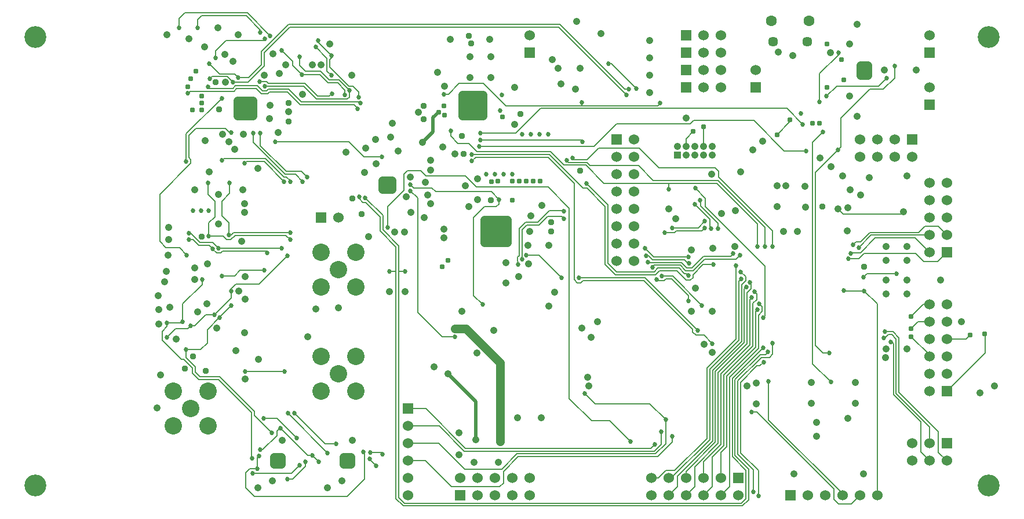
<source format=gbl>
G04 (created by PCBNEW (2013-01-23 BZR 3920)-stable) date Mon Jun 10 00:49:26 2013*
%MOIN*%
G04 Gerber Fmt 3.4, Leading zero omitted, Abs format*
%FSLAX34Y34*%
G01*
G70*
G90*
G04 APERTURE LIST*
%ADD10C,2.3622e-06*%
%ADD11C,0.063*%
%ADD12C,0.0571*%
%ADD13C,0.0236*%
%ADD14C,0.025*%
%ADD15R,0.06X0.06*%
%ADD16C,0.06*%
%ADD17C,0.1*%
%ADD18C,0.126*%
%ADD19R,0.042X0.042*%
%ADD20C,0.042*%
%ADD21C,0.023*%
%ADD22C,0.031*%
%ADD23C,0.027*%
%ADD24C,0.037*%
%ADD25C,0.05*%
%ADD26C,0.008*%
%ADD27C,0.02*%
%ADD28C,0.006*%
G04 APERTURE END LIST*
G54D10*
G54D11*
X70583Y-22169D03*
X68417Y-22169D03*
G54D12*
X70479Y-23339D03*
X68521Y-23339D03*
G54D13*
X44202Y-47702D03*
X43798Y-47702D03*
X43798Y-47298D03*
X44202Y-47298D03*
X40202Y-47702D03*
X39798Y-47702D03*
X39798Y-47298D03*
X40202Y-47298D03*
G54D14*
X51225Y-27025D03*
X51225Y-26431D03*
X51819Y-26431D03*
X51819Y-27025D03*
X51819Y-27619D03*
X51225Y-27619D03*
X50631Y-27619D03*
X50631Y-27025D03*
X50631Y-26431D03*
G54D13*
X38150Y-27200D03*
X37717Y-27200D03*
X37717Y-26767D03*
X38150Y-26767D03*
X38583Y-26767D03*
X38583Y-27200D03*
X38583Y-27633D03*
X38150Y-27633D03*
X37717Y-27633D03*
X46300Y-31600D03*
X46039Y-31339D03*
X46561Y-31339D03*
X46561Y-31861D03*
X46039Y-31861D03*
G54D15*
X59500Y-29000D03*
G54D16*
X60500Y-29000D03*
X59500Y-30000D03*
X60500Y-30000D03*
X59500Y-31000D03*
X60500Y-31000D03*
X59500Y-32000D03*
X60500Y-32000D03*
X59500Y-33000D03*
X60500Y-33000D03*
X59500Y-34000D03*
X60500Y-34000D03*
X59500Y-35000D03*
X60500Y-35000D03*
X59500Y-36000D03*
X60500Y-36000D03*
G54D15*
X66500Y-48500D03*
G54D16*
X66500Y-49500D03*
X65500Y-48500D03*
X65500Y-49500D03*
X64500Y-48500D03*
X64500Y-49500D03*
X63500Y-48500D03*
X63500Y-49500D03*
X62500Y-48500D03*
X62500Y-49500D03*
X61500Y-48500D03*
X61500Y-49500D03*
G54D15*
X78500Y-43500D03*
G54D16*
X77500Y-43500D03*
X78500Y-42500D03*
X77500Y-42500D03*
X78500Y-41500D03*
X77500Y-41500D03*
X78500Y-40500D03*
X77500Y-40500D03*
X78500Y-39500D03*
X77500Y-39500D03*
X78500Y-38500D03*
X77500Y-38500D03*
G54D15*
X78500Y-35500D03*
G54D16*
X77500Y-35500D03*
X78500Y-34500D03*
X77500Y-34500D03*
X78500Y-33500D03*
X77500Y-33500D03*
X78500Y-32500D03*
X77500Y-32500D03*
X78500Y-31500D03*
X77500Y-31500D03*
G54D15*
X50500Y-49500D03*
G54D16*
X50500Y-48500D03*
X51500Y-49500D03*
X51500Y-48500D03*
X52500Y-49500D03*
X52500Y-48500D03*
X53500Y-49500D03*
X53500Y-48500D03*
X54500Y-49500D03*
X54500Y-48500D03*
G54D15*
X76500Y-29000D03*
G54D16*
X76500Y-30000D03*
X75500Y-29000D03*
X75500Y-30000D03*
X74500Y-29000D03*
X74500Y-30000D03*
X73500Y-29000D03*
X73500Y-30000D03*
G54D15*
X78510Y-46500D03*
G54D16*
X78510Y-47500D03*
X77510Y-46500D03*
X77510Y-47500D03*
X76510Y-46500D03*
X76510Y-47500D03*
G54D15*
X69500Y-49500D03*
G54D16*
X70500Y-49500D03*
X71500Y-49500D03*
X72500Y-49500D03*
X73500Y-49500D03*
X74500Y-49500D03*
G54D15*
X47500Y-44500D03*
G54D16*
X47500Y-45500D03*
X47500Y-46500D03*
X47500Y-47500D03*
X47500Y-48500D03*
X47500Y-49500D03*
G54D15*
X63500Y-24000D03*
G54D16*
X64500Y-24000D03*
X65500Y-24000D03*
G54D15*
X63500Y-23000D03*
G54D16*
X64500Y-23000D03*
X65500Y-23000D03*
G54D15*
X63500Y-25000D03*
G54D16*
X64500Y-25000D03*
X65500Y-25000D03*
G54D15*
X63500Y-26000D03*
G54D16*
X64500Y-26000D03*
X65500Y-26000D03*
G54D15*
X67500Y-26000D03*
G54D16*
X67500Y-25000D03*
G54D17*
X43500Y-36500D03*
X42500Y-37500D03*
X44500Y-37500D03*
X44500Y-35500D03*
X42500Y-35500D03*
X35000Y-44500D03*
X36000Y-43500D03*
X34000Y-43500D03*
X34000Y-45500D03*
X36000Y-45500D03*
X43500Y-42500D03*
X42500Y-43500D03*
X44500Y-43500D03*
X44500Y-41500D03*
X42500Y-41500D03*
G54D15*
X54500Y-24000D03*
G54D16*
X54500Y-23000D03*
G54D15*
X77500Y-24000D03*
G54D16*
X77500Y-23000D03*
G54D15*
X77500Y-27000D03*
G54D16*
X77500Y-26000D03*
G54D15*
X42500Y-33500D03*
G54D16*
X43500Y-33500D03*
G54D18*
X26075Y-23075D03*
X80925Y-23075D03*
X80925Y-48925D03*
X26075Y-48925D03*
G54D14*
X52575Y-34275D03*
X52575Y-33625D03*
X53225Y-33625D03*
X53225Y-34275D03*
X53225Y-34925D03*
X52575Y-34925D03*
X51925Y-34925D03*
X51925Y-34275D03*
X51925Y-33625D03*
G54D19*
X63000Y-29900D03*
G54D20*
X63000Y-29400D03*
X63500Y-29900D03*
X63500Y-29400D03*
X64000Y-29900D03*
X64000Y-29400D03*
X64500Y-29900D03*
X64500Y-29400D03*
X65000Y-29900D03*
X65000Y-29400D03*
G54D21*
X73750Y-25000D03*
X73947Y-24705D03*
X73553Y-24705D03*
X73553Y-25295D03*
X73947Y-25295D03*
G54D20*
X52800Y-46400D03*
X45650Y-29000D03*
X48800Y-30200D03*
X47300Y-34310D03*
G54D22*
X49470Y-36330D03*
G54D20*
X48450Y-33500D03*
X50200Y-39880D03*
X50450Y-47150D03*
G54D23*
X53850Y-36180D03*
X56460Y-33110D03*
X56460Y-33550D03*
X54060Y-35880D03*
G54D20*
X47400Y-32300D03*
X47650Y-31150D03*
G54D23*
X38930Y-47230D03*
X38850Y-47960D03*
X44950Y-47000D03*
X45670Y-47790D03*
X39020Y-22820D03*
X44680Y-26560D03*
X36620Y-35260D03*
X35420Y-22550D03*
X40250Y-35260D03*
X34900Y-34400D03*
X45310Y-47400D03*
X43100Y-24150D03*
X42340Y-23280D03*
X34780Y-35640D03*
X37330Y-28590D03*
X40410Y-42350D03*
X38600Y-28630D03*
X41450Y-31410D03*
X38150Y-42350D03*
X35010Y-39720D03*
X36370Y-39100D03*
X39010Y-28610D03*
X46030Y-47120D03*
X41710Y-31150D03*
X33650Y-40400D03*
X37340Y-37710D03*
X40570Y-35690D03*
X45330Y-47030D03*
X38970Y-25670D03*
X43130Y-26360D03*
X36000Y-31500D03*
X40740Y-34770D03*
X36050Y-34550D03*
X36810Y-26610D03*
X40600Y-44770D03*
X42870Y-47040D03*
X34750Y-30250D03*
X40970Y-44750D03*
X43390Y-46520D03*
X37200Y-34500D03*
X40730Y-34350D03*
X37250Y-31500D03*
X34350Y-22550D03*
X40580Y-48550D03*
X43098Y-25298D03*
X39590Y-23020D03*
X41600Y-47570D03*
X42200Y-23670D03*
X40390Y-31410D03*
X43870Y-26410D03*
X41410Y-25250D03*
X40230Y-23850D03*
X38100Y-30350D03*
X35660Y-37040D03*
X38550Y-47360D03*
X33650Y-39550D03*
X34550Y-39500D03*
X36280Y-35280D03*
X39400Y-35520D03*
X34900Y-34750D03*
X41280Y-47760D03*
X38560Y-48220D03*
X42000Y-47190D03*
X36450Y-24300D03*
X40750Y-31420D03*
X41260Y-24230D03*
X40160Y-45620D03*
X39000Y-46870D03*
X39270Y-23190D03*
X44130Y-26170D03*
X39260Y-25930D03*
X42370Y-47570D03*
X36810Y-30200D03*
X36690Y-39250D03*
X34740Y-41100D03*
X37340Y-38560D03*
X39670Y-45890D03*
X39240Y-36530D03*
X36800Y-36850D03*
X41100Y-46180D03*
X39220Y-45050D03*
X62700Y-46100D03*
X62060Y-45810D03*
X57690Y-43610D03*
X62330Y-45130D03*
X61710Y-46540D03*
X72250Y-29600D03*
X71740Y-41300D03*
X75500Y-24750D03*
X73110Y-35040D03*
X73430Y-35210D03*
X73720Y-36910D03*
X75610Y-36730D03*
X72830Y-35860D03*
X72990Y-35540D03*
X75270Y-40640D03*
X74930Y-40070D03*
X74880Y-40430D03*
G54D20*
X76000Y-33150D03*
X72250Y-33000D03*
G54D23*
X61140Y-35260D03*
X63630Y-35750D03*
X61210Y-35700D03*
X63660Y-36110D03*
X61310Y-36060D03*
X66210Y-35570D03*
X61560Y-36350D03*
X66610Y-35640D03*
X65330Y-34130D03*
X73740Y-37710D03*
X64320Y-32500D03*
X72560Y-37690D03*
X67610Y-38790D03*
X66370Y-36240D03*
X66660Y-37010D03*
X66960Y-37490D03*
X67440Y-37760D03*
X67290Y-38100D03*
X67710Y-38440D03*
X66650Y-36620D03*
X67190Y-37210D03*
X62720Y-34080D03*
X64580Y-33700D03*
X62280Y-34350D03*
X64580Y-34080D03*
G54D22*
X79830Y-40270D03*
X80690Y-40200D03*
X76450Y-40350D03*
X76450Y-39200D03*
X76450Y-39900D03*
X63910Y-28530D03*
X64500Y-28250D03*
G54D23*
X68240Y-42920D03*
X67280Y-44690D03*
G54D20*
X49800Y-42500D03*
X51400Y-46300D03*
G54D23*
X71380Y-28550D03*
X71830Y-42950D03*
X54320Y-35640D03*
X56340Y-36940D03*
X57340Y-36940D03*
X64180Y-39980D03*
X51180Y-30230D03*
X65020Y-40750D03*
X47650Y-31600D03*
X52750Y-32450D03*
X51800Y-38500D03*
X50200Y-40360D03*
X47650Y-31950D03*
G54D20*
X68750Y-31650D03*
X51020Y-32840D03*
X61400Y-23300D03*
X38010Y-31900D03*
G54D23*
X35600Y-33100D03*
G54D20*
X76750Y-25000D03*
G54D24*
X53985Y-27515D03*
G54D20*
X71000Y-46100D03*
X76200Y-41050D03*
X37950Y-34850D03*
X33500Y-37200D03*
G54D24*
X40650Y-26900D03*
G54D22*
X35100Y-27300D03*
G54D23*
X53025Y-30975D03*
G54D20*
X52700Y-47600D03*
X42000Y-24700D03*
X35940Y-38470D03*
X74040Y-31190D03*
G54D24*
X40650Y-27950D03*
G54D20*
X50795Y-31665D03*
X41450Y-26400D03*
X38100Y-40130D03*
G54D22*
X35630Y-27300D03*
G54D20*
X40050Y-28600D03*
X33700Y-35650D03*
X72800Y-45050D03*
X46950Y-29650D03*
X69250Y-31650D03*
X35800Y-23650D03*
X73350Y-27650D03*
X74960Y-41560D03*
X45090Y-29500D03*
X70350Y-31690D03*
X38900Y-41650D03*
X42890Y-49050D03*
X47690Y-33200D03*
X41750Y-40350D03*
X73550Y-32200D03*
X51300Y-47600D03*
X63800Y-35350D03*
X36600Y-33850D03*
X52430Y-39990D03*
G54D24*
X71350Y-32850D03*
G54D22*
X52685Y-31375D03*
G54D20*
X35250Y-31900D03*
X66310Y-35140D03*
G54D23*
X54075Y-28675D03*
G54D20*
X48650Y-32200D03*
X56150Y-24900D03*
G54D22*
X35300Y-25050D03*
G54D20*
X40490Y-24680D03*
G54D22*
X35630Y-26500D03*
G54D20*
X57500Y-39850D03*
X76200Y-37900D03*
X69650Y-24150D03*
X36980Y-24100D03*
X69900Y-34300D03*
X65550Y-33250D03*
X53635Y-25975D03*
X55180Y-45010D03*
G54D23*
X35150Y-33100D03*
G54D20*
X44260Y-25300D03*
X49525Y-29435D03*
X36560Y-22550D03*
X33640Y-22950D03*
X42500Y-24700D03*
G54D23*
X52025Y-30975D03*
G54D20*
X49580Y-34160D03*
G54D24*
X36450Y-25700D03*
G54D20*
X53860Y-36890D03*
X38100Y-33200D03*
X67540Y-44230D03*
X51460Y-41280D03*
X73350Y-22350D03*
X68800Y-23950D03*
X54450Y-36150D03*
X53130Y-37260D03*
X49225Y-25125D03*
X72500Y-31100D03*
G54D24*
X55750Y-33750D03*
G54D20*
X48125Y-27425D03*
G54D24*
X57400Y-30800D03*
G54D20*
X51075Y-24225D03*
X34900Y-23200D03*
X72950Y-31900D03*
X76200Y-35150D03*
X40280Y-46320D03*
X74900Y-25000D03*
X38890Y-49050D03*
X36850Y-28700D03*
X64550Y-40800D03*
X55600Y-35100D03*
X33070Y-44460D03*
X37750Y-22950D03*
X55950Y-37790D03*
G54D22*
X70790Y-28050D03*
G54D24*
X35650Y-34600D03*
G54D20*
X34160Y-40500D03*
X45250Y-34600D03*
G54D24*
X35140Y-41500D03*
X48425Y-27825D03*
G54D20*
X55200Y-32800D03*
X33750Y-34750D03*
X49935Y-23225D03*
G54D24*
X73750Y-36320D03*
G54D20*
X71200Y-30040D03*
X43940Y-29720D03*
G54D23*
X55075Y-28675D03*
G54D20*
X38150Y-38200D03*
X43000Y-23500D03*
G54D22*
X53525Y-31375D03*
G54D20*
X40100Y-25190D03*
X73250Y-44200D03*
X35850Y-29050D03*
X76200Y-35950D03*
X72770Y-34260D03*
X35230Y-37040D03*
X61400Y-26300D03*
X50225Y-29835D03*
X67900Y-29100D03*
X58600Y-22900D03*
X67000Y-43190D03*
X72900Y-26500D03*
X76200Y-31100D03*
X80400Y-43600D03*
X61400Y-25300D03*
X69100Y-34300D03*
X57150Y-26100D03*
X33290Y-42550D03*
G54D22*
X35630Y-26900D03*
G54D20*
X63800Y-38900D03*
G54D22*
X71600Y-23500D03*
G54D24*
X55750Y-34300D03*
G54D23*
X55575Y-28675D03*
G54D20*
X53635Y-28125D03*
X44300Y-46320D03*
G54D22*
X52325Y-31415D03*
G54D23*
X70100Y-27500D03*
G54D22*
X54725Y-31375D03*
G54D20*
X45000Y-30900D03*
G54D24*
X34680Y-42180D03*
G54D20*
X40650Y-27400D03*
X71850Y-30550D03*
X35970Y-36150D03*
X70700Y-44200D03*
X48500Y-31450D03*
X71000Y-45300D03*
G54D22*
X72450Y-24400D03*
G54D20*
X39750Y-24050D03*
X36070Y-30860D03*
G54D24*
X51145Y-23445D03*
G54D20*
X49580Y-34640D03*
X33190Y-39620D03*
G54D22*
X54325Y-31375D03*
G54D20*
X76200Y-37100D03*
G54D22*
X53925Y-31375D03*
G54D23*
X36050Y-33100D03*
G54D20*
X38050Y-28700D03*
X52275Y-24225D03*
G54D23*
X53525Y-30975D03*
G54D20*
X38890Y-30650D03*
G54D22*
X34850Y-25950D03*
G54D24*
X48415Y-27045D03*
G54D22*
X35000Y-25500D03*
G54D20*
X49000Y-42100D03*
G54D24*
X51005Y-23005D03*
G54D20*
X58400Y-39500D03*
X55800Y-24400D03*
X43500Y-38700D03*
G54D22*
X55125Y-31375D03*
G54D20*
X46600Y-28050D03*
X79330Y-39490D03*
X37200Y-29130D03*
X33150Y-38000D03*
G54D23*
X52525Y-30975D03*
G54D20*
X35400Y-38930D03*
X50600Y-38900D03*
X38100Y-32700D03*
X37760Y-37710D03*
X38150Y-36900D03*
X33750Y-34050D03*
G54D24*
X35890Y-42320D03*
G54D20*
X33190Y-38790D03*
G54D23*
X54575Y-28675D03*
G54D20*
X33800Y-38670D03*
X51505Y-31265D03*
X62500Y-33000D03*
G54D24*
X50725Y-29835D03*
G54D20*
X36510Y-39870D03*
X72900Y-23500D03*
X37000Y-25700D03*
X52215Y-23225D03*
X36600Y-32150D03*
X57900Y-43200D03*
X53810Y-45010D03*
G54D22*
X71600Y-26000D03*
G54D20*
X37550Y-29550D03*
X71800Y-24000D03*
X57400Y-24900D03*
X61400Y-24300D03*
G54D23*
X51620Y-29390D03*
X70400Y-29650D03*
X36100Y-25500D03*
X61800Y-37050D03*
X63630Y-38280D03*
X60080Y-26420D03*
X37430Y-25680D03*
X64420Y-38540D03*
X60220Y-26080D03*
X37750Y-25420D03*
X36090Y-24630D03*
X62120Y-36860D03*
X68480Y-40710D03*
X44780Y-26900D03*
X36000Y-25950D03*
X67390Y-49290D03*
X67970Y-41810D03*
X44620Y-27220D03*
X67660Y-49530D03*
X34850Y-26330D03*
X46000Y-30000D03*
X39880Y-29130D03*
X71590Y-26500D03*
X75050Y-25450D03*
X71190Y-26830D03*
X72270Y-24000D03*
G54D22*
X69490Y-27840D03*
X68750Y-28710D03*
G54D23*
X64010Y-32720D03*
X60650Y-26060D03*
X64940Y-34130D03*
X59030Y-24610D03*
X70210Y-28110D03*
X51670Y-28620D03*
X68460Y-35140D03*
X56960Y-30050D03*
X68220Y-41230D03*
X44700Y-32300D03*
X46450Y-36600D03*
X67940Y-40990D03*
X47350Y-36600D03*
X45050Y-32350D03*
X60320Y-46400D03*
X46350Y-34060D03*
X51180Y-29850D03*
X65060Y-36190D03*
X57760Y-31520D03*
X57550Y-29130D03*
X51670Y-29010D03*
X63630Y-36820D03*
X49575Y-26375D03*
X67930Y-39250D03*
X62020Y-26880D03*
X57520Y-26850D03*
X64030Y-31800D03*
X56630Y-30180D03*
X68040Y-35150D03*
X52895Y-26425D03*
G54D20*
X37450Y-24500D03*
X51525Y-32465D03*
X54500Y-34300D03*
X39570Y-27010D03*
X39250Y-25300D03*
X38150Y-42800D03*
G54D23*
X52825Y-27335D03*
G54D24*
X52275Y-32475D03*
G54D20*
X51075Y-25405D03*
X52275Y-25415D03*
X53140Y-36100D03*
X35250Y-36400D03*
G54D22*
X52945Y-27695D03*
X49565Y-27045D03*
G54D24*
X36640Y-27250D03*
G54D20*
X54570Y-33380D03*
X49625Y-25925D03*
G54D22*
X53525Y-32475D03*
G54D24*
X50615Y-28785D03*
G54D20*
X37600Y-41150D03*
X33610Y-36600D03*
G54D22*
X49625Y-27585D03*
G54D20*
X54400Y-35100D03*
X73250Y-43000D03*
X56300Y-25800D03*
X67350Y-29600D03*
X75000Y-35150D03*
X81250Y-43200D03*
X48800Y-30750D03*
X46730Y-34310D03*
X65000Y-41250D03*
X58050Y-40400D03*
X55600Y-38600D03*
X39550Y-27800D03*
X65030Y-35270D03*
X46500Y-28850D03*
X66350Y-33100D03*
X64990Y-31000D03*
X50450Y-45900D03*
X69700Y-48250D03*
X65000Y-38900D03*
X64050Y-37540D03*
X57200Y-22200D03*
X45660Y-30400D03*
X57850Y-42700D03*
X47350Y-37750D03*
G54D22*
X49275Y-27415D03*
X49820Y-35960D03*
G54D20*
X67540Y-43020D03*
G54D24*
X44300Y-32400D03*
G54D20*
X46450Y-37750D03*
X48800Y-32700D03*
X73700Y-48250D03*
X70700Y-43000D03*
X75000Y-41050D03*
X75000Y-37900D03*
X39710Y-48650D03*
X75000Y-35950D03*
X43710Y-48650D03*
G54D22*
X72560Y-25570D03*
G54D20*
X70378Y-32904D03*
X78150Y-37100D03*
G54D22*
X71190Y-28050D03*
G54D20*
X72810Y-32920D03*
X68750Y-32850D03*
X75000Y-37100D03*
X66640Y-30840D03*
X62900Y-33550D03*
X42200Y-38750D03*
X63500Y-27740D03*
X48340Y-29160D03*
G54D24*
X44850Y-33300D03*
G54D23*
X67610Y-35160D03*
X49975Y-28485D03*
X62500Y-31850D03*
G54D25*
X50840Y-39880D02*
X50200Y-39880D01*
X52800Y-41840D02*
X50840Y-39880D01*
X52800Y-46400D02*
X52800Y-41840D01*
G54D26*
X54972Y-33758D02*
X55632Y-33098D01*
X53800Y-35990D02*
X53800Y-35770D01*
X53850Y-36040D02*
X53800Y-35990D01*
X53898Y-35672D02*
X53898Y-34122D01*
X55632Y-33098D02*
X55940Y-33098D01*
X53898Y-34122D02*
X54262Y-33758D01*
X55940Y-33098D02*
X56448Y-33098D01*
X53850Y-36180D02*
X53850Y-36040D01*
X56448Y-33098D02*
X56460Y-33110D01*
X54262Y-33758D02*
X54972Y-33758D01*
X53800Y-35770D02*
X53898Y-35672D01*
X56335Y-33425D02*
X55535Y-33425D01*
X55535Y-33425D02*
X55040Y-33920D01*
X54330Y-33920D02*
X55040Y-33920D01*
X56460Y-33550D02*
X56335Y-33425D01*
X54060Y-35880D02*
X54060Y-34190D01*
X54060Y-34190D02*
X54330Y-33920D01*
X38850Y-47310D02*
X38850Y-47960D01*
X38410Y-47960D02*
X38180Y-48190D01*
X38180Y-48190D02*
X38180Y-49050D01*
X44010Y-49550D02*
X38680Y-49550D01*
X44950Y-47000D02*
X45020Y-47070D01*
X38850Y-47960D02*
X38410Y-47960D01*
X38680Y-49550D02*
X38180Y-49050D01*
X45020Y-48540D02*
X44010Y-49550D01*
X45020Y-47070D02*
X45020Y-48540D01*
X38930Y-47230D02*
X38850Y-47310D01*
X43002Y-24390D02*
X43002Y-24812D01*
X35640Y-21862D02*
X38202Y-21862D01*
X45670Y-47790D02*
X45310Y-47430D01*
X35420Y-22082D02*
X35640Y-21862D01*
X44330Y-25910D02*
X44680Y-26260D01*
X39020Y-22680D02*
X39020Y-22820D01*
X43002Y-24812D02*
X44100Y-25910D01*
X35020Y-34400D02*
X35530Y-34910D01*
X34900Y-34400D02*
X35020Y-34400D01*
X36620Y-35260D02*
X40250Y-35260D01*
X43100Y-24292D02*
X43100Y-24150D01*
X45310Y-47430D02*
X45310Y-47400D01*
X42340Y-23390D02*
X43100Y-24150D01*
X44680Y-26260D02*
X44680Y-26560D01*
X36270Y-34910D02*
X36620Y-35260D01*
X35530Y-34910D02*
X36270Y-34910D01*
X42340Y-23280D02*
X42340Y-23390D01*
X38202Y-21862D02*
X39020Y-22680D01*
X43100Y-24292D02*
X43002Y-24390D01*
X35420Y-22550D02*
X35420Y-22082D01*
X44100Y-25910D02*
X44330Y-25910D01*
X37010Y-28350D02*
X35300Y-28350D01*
X34360Y-35220D02*
X34780Y-35640D01*
X37330Y-28590D02*
X37250Y-28590D01*
X37250Y-28590D02*
X37010Y-28350D01*
X35020Y-30138D02*
X35020Y-30360D01*
X35300Y-28350D02*
X34912Y-28738D01*
X34912Y-28738D02*
X34912Y-30030D01*
X33580Y-35220D02*
X34360Y-35220D01*
X34912Y-30030D02*
X35020Y-30138D01*
X35020Y-30360D02*
X33230Y-32150D01*
X33230Y-34870D02*
X33580Y-35220D01*
X33230Y-32150D02*
X33230Y-34870D01*
X38600Y-28630D02*
X38600Y-29160D01*
X40410Y-42350D02*
X38150Y-42350D01*
X40428Y-30988D02*
X41028Y-30988D01*
X38600Y-29160D02*
X40428Y-30988D01*
X41028Y-30988D02*
X41450Y-31410D01*
X45940Y-47030D02*
X45330Y-47030D01*
X40496Y-30826D02*
X41386Y-30826D01*
X46030Y-47120D02*
X45940Y-47030D01*
X36370Y-39100D02*
X35860Y-39100D01*
X37600Y-37320D02*
X38940Y-37320D01*
X41386Y-30826D02*
X41710Y-31150D01*
X38940Y-37320D02*
X40570Y-35690D01*
X34830Y-39900D02*
X35010Y-39720D01*
X37340Y-38130D02*
X36370Y-39100D01*
X35240Y-39720D02*
X35010Y-39720D01*
X35860Y-39100D02*
X35240Y-39720D01*
X37340Y-37580D02*
X37600Y-37320D01*
X37340Y-37710D02*
X37340Y-38130D01*
X39010Y-29340D02*
X40496Y-30826D01*
X33650Y-40400D02*
X34150Y-39900D01*
X34150Y-39900D02*
X34830Y-39900D01*
X39010Y-28610D02*
X39010Y-29340D01*
X37340Y-37710D02*
X37340Y-37580D01*
X42320Y-26500D02*
X42990Y-26500D01*
X39468Y-25768D02*
X41588Y-25768D01*
X38970Y-25670D02*
X39370Y-25670D01*
X41588Y-25768D02*
X42320Y-26500D01*
X39370Y-25670D02*
X39468Y-25768D01*
X42990Y-26500D02*
X43130Y-26360D01*
X40600Y-44770D02*
X42870Y-47040D01*
X36000Y-32150D02*
X36000Y-31500D01*
X37310Y-34760D02*
X37560Y-34510D01*
X36880Y-34550D02*
X37090Y-34760D01*
X34750Y-28670D02*
X34750Y-28720D01*
X36400Y-33450D02*
X36400Y-32550D01*
X40480Y-34510D02*
X40740Y-34770D01*
X36810Y-26610D02*
X34750Y-28670D01*
X36050Y-34550D02*
X36880Y-34550D01*
X34750Y-28720D02*
X34750Y-30250D01*
X37090Y-34760D02*
X37310Y-34760D01*
X36050Y-33800D02*
X36400Y-33450D01*
X37560Y-34510D02*
X40480Y-34510D01*
X36400Y-32550D02*
X36000Y-32150D01*
X36050Y-34550D02*
X36050Y-33800D01*
X36800Y-32550D02*
X36800Y-33400D01*
X42740Y-46520D02*
X43390Y-46520D01*
X37250Y-31500D02*
X37250Y-32100D01*
X37492Y-34348D02*
X40728Y-34348D01*
X40970Y-44750D02*
X42740Y-46520D01*
X37200Y-33800D02*
X37200Y-34500D01*
X37250Y-32100D02*
X36800Y-32550D01*
X40728Y-34348D02*
X40730Y-34350D01*
X36800Y-33400D02*
X37200Y-33800D01*
X37200Y-34500D02*
X37340Y-34500D01*
X37340Y-34500D02*
X37492Y-34348D01*
X42840Y-24310D02*
X42840Y-25040D01*
X34670Y-21700D02*
X38270Y-21700D01*
X42200Y-23670D02*
X42840Y-24310D01*
X34350Y-22020D02*
X34670Y-21700D01*
X43098Y-25298D02*
X42840Y-25040D01*
X34350Y-22020D02*
X34350Y-22550D01*
X41600Y-47820D02*
X40870Y-48550D01*
X41600Y-47570D02*
X41600Y-47820D01*
X38270Y-21700D02*
X39590Y-23020D01*
X40870Y-48550D02*
X40580Y-48550D01*
X38200Y-30250D02*
X38100Y-30350D01*
X40870Y-24490D02*
X40870Y-24710D01*
X40390Y-31410D02*
X39230Y-30250D01*
X43870Y-26140D02*
X43870Y-26410D01*
X38200Y-30250D02*
X39230Y-30250D01*
X41410Y-25250D02*
X40870Y-24710D01*
X42922Y-25732D02*
X43462Y-25732D01*
X43462Y-25732D02*
X43870Y-26140D01*
X42440Y-25250D02*
X42922Y-25732D01*
X40230Y-23850D02*
X40870Y-24490D01*
X41410Y-25250D02*
X42440Y-25250D01*
X34550Y-39500D02*
X34550Y-38470D01*
X35118Y-42468D02*
X35472Y-42822D01*
X33650Y-39770D02*
X33370Y-40050D01*
X34460Y-41660D02*
X34610Y-41660D01*
X34550Y-39500D02*
X34500Y-39550D01*
X35472Y-42822D02*
X36622Y-42822D01*
X38508Y-44708D02*
X38508Y-47318D01*
X33370Y-40050D02*
X33370Y-40570D01*
X33650Y-39770D02*
X33650Y-39550D01*
X34610Y-41660D02*
X35118Y-42168D01*
X35118Y-42168D02*
X35118Y-42468D01*
X38508Y-47318D02*
X38550Y-47360D01*
X34550Y-38470D02*
X35660Y-37360D01*
X35660Y-37360D02*
X35660Y-37040D01*
X33370Y-40570D02*
X34460Y-41660D01*
X36622Y-42822D02*
X38508Y-44708D01*
X34500Y-39550D02*
X33650Y-39550D01*
X41280Y-47760D02*
X40820Y-48220D01*
X36500Y-35530D02*
X36742Y-35530D01*
X35140Y-34750D02*
X35462Y-35072D01*
X36280Y-35310D02*
X36500Y-35530D01*
X34900Y-34750D02*
X35140Y-34750D01*
X36072Y-35072D02*
X36280Y-35280D01*
X36850Y-35422D02*
X39302Y-35422D01*
X36742Y-35530D02*
X36850Y-35422D01*
X36280Y-35310D02*
X36280Y-35280D01*
X40820Y-48220D02*
X38560Y-48220D01*
X35462Y-35072D02*
X36072Y-35072D01*
X39302Y-35422D02*
X39400Y-35520D01*
X42258Y-26668D02*
X44000Y-26668D01*
X40160Y-45620D02*
X40140Y-45620D01*
X44000Y-26668D02*
X44130Y-26538D01*
X37050Y-23290D02*
X39170Y-23290D01*
X41520Y-25930D02*
X42258Y-26668D01*
X42000Y-47200D02*
X42000Y-47190D01*
X42370Y-47570D02*
X42000Y-47200D01*
X36450Y-24300D02*
X36450Y-23890D01*
X39150Y-46870D02*
X39000Y-46870D01*
X41260Y-24710D02*
X41600Y-25050D01*
X40140Y-45620D02*
X39960Y-45800D01*
X41730Y-47190D02*
X40160Y-45620D01*
X40730Y-31370D02*
X40510Y-31150D01*
X36450Y-23890D02*
X37050Y-23290D01*
X39260Y-25930D02*
X41520Y-25930D01*
X42470Y-25050D02*
X42990Y-25570D01*
X41260Y-24230D02*
X41260Y-24710D01*
X40510Y-31150D02*
X40360Y-31150D01*
X36922Y-30088D02*
X36810Y-30200D01*
X44130Y-26538D02*
X44130Y-26170D01*
X41600Y-25050D02*
X42470Y-25050D01*
X39298Y-30088D02*
X36922Y-30088D01*
X41730Y-47190D02*
X42000Y-47190D01*
X40750Y-31420D02*
X40730Y-31400D01*
X39960Y-46060D02*
X39150Y-46870D01*
X40730Y-31400D02*
X40730Y-31370D01*
X42990Y-25570D02*
X43530Y-25570D01*
X40360Y-31150D02*
X39298Y-30088D01*
X39960Y-45800D02*
X39960Y-46060D01*
X39170Y-23290D02*
X39270Y-23190D01*
X43530Y-25570D02*
X44130Y-26170D01*
X36690Y-42660D02*
X38670Y-44640D01*
X34740Y-41100D02*
X35570Y-41100D01*
X35540Y-42660D02*
X36690Y-42660D01*
X38670Y-44890D02*
X38670Y-44640D01*
X36690Y-39210D02*
X36690Y-39250D01*
X35280Y-42100D02*
X35280Y-42400D01*
X34740Y-41560D02*
X35280Y-42100D01*
X35960Y-39940D02*
X36650Y-39250D01*
X35570Y-41100D02*
X35960Y-40710D01*
X39670Y-45890D02*
X38670Y-44890D01*
X35960Y-40710D02*
X35960Y-39940D01*
X34740Y-41100D02*
X34740Y-41560D01*
X35280Y-42400D02*
X35540Y-42660D01*
X37340Y-38560D02*
X36690Y-39210D01*
X36650Y-39250D02*
X36690Y-39250D01*
X36800Y-36850D02*
X37530Y-36850D01*
X39970Y-45050D02*
X39220Y-45050D01*
X37530Y-36850D02*
X37850Y-36530D01*
X37850Y-36530D02*
X39240Y-36530D01*
X41100Y-46180D02*
X39970Y-45050D01*
X53000Y-48124D02*
X53858Y-47266D01*
X61864Y-47266D02*
X62700Y-46430D01*
X50000Y-49000D02*
X52790Y-49000D01*
X62700Y-46430D02*
X62700Y-46100D01*
X47500Y-47500D02*
X48500Y-47500D01*
X53858Y-47266D02*
X61864Y-47266D01*
X52790Y-49000D02*
X53000Y-48790D01*
X53000Y-48790D02*
X53000Y-48124D01*
X48500Y-47500D02*
X50000Y-49000D01*
X47500Y-45500D02*
X49300Y-45500D01*
X49300Y-45500D02*
X50742Y-46942D01*
X61538Y-46942D02*
X61688Y-46942D01*
X50742Y-46942D02*
X61538Y-46942D01*
X62060Y-46570D02*
X62060Y-45810D01*
X61688Y-46942D02*
X62060Y-46570D01*
X61410Y-44210D02*
X62330Y-45130D01*
X50770Y-48000D02*
X52894Y-48000D01*
X58290Y-44210D02*
X61410Y-44210D01*
X52894Y-48000D02*
X53790Y-47104D01*
X49270Y-46500D02*
X47500Y-46500D01*
X62330Y-46530D02*
X62330Y-45130D01*
X49270Y-46500D02*
X50770Y-48000D01*
X57690Y-43610D02*
X58290Y-44210D01*
X61756Y-47104D02*
X62330Y-46530D01*
X53790Y-47104D02*
X61530Y-47104D01*
X61530Y-47104D02*
X61756Y-47104D01*
X48530Y-44500D02*
X47500Y-44500D01*
X61470Y-46780D02*
X61710Y-46540D01*
X50810Y-46780D02*
X61470Y-46780D01*
X48530Y-44500D02*
X50810Y-46780D01*
X72420Y-27750D02*
X74078Y-26092D01*
X74858Y-26092D02*
X75500Y-25450D01*
X70952Y-30888D02*
X72270Y-29570D01*
X71740Y-41300D02*
X71382Y-41300D01*
X70952Y-40870D02*
X70952Y-30888D01*
X72250Y-29600D02*
X72270Y-29580D01*
X75500Y-25450D02*
X75500Y-24750D01*
X72270Y-29570D02*
X72420Y-29420D01*
X71382Y-41300D02*
X70952Y-40870D01*
X72270Y-29580D02*
X72270Y-29570D01*
X74078Y-26092D02*
X74858Y-26092D01*
X72420Y-29420D02*
X72420Y-27750D01*
X73270Y-34880D02*
X73530Y-34880D01*
X77230Y-34000D02*
X78000Y-34000D01*
X74072Y-34338D02*
X76892Y-34338D01*
X78000Y-34000D02*
X78500Y-34500D01*
X73530Y-34880D02*
X74072Y-34338D01*
X73110Y-35040D02*
X73270Y-34880D01*
X76892Y-34338D02*
X77230Y-34000D01*
X74140Y-34500D02*
X77500Y-34500D01*
X73430Y-35210D02*
X74140Y-34500D01*
X73720Y-36910D02*
X73900Y-36730D01*
X73900Y-36730D02*
X75610Y-36730D01*
X73440Y-35840D02*
X73730Y-35550D01*
X77980Y-36020D02*
X78500Y-35500D01*
X72830Y-35860D02*
X72850Y-35840D01*
X73730Y-35550D02*
X76710Y-35550D01*
X76710Y-35550D02*
X77180Y-36020D01*
X72850Y-35840D02*
X73440Y-35840D01*
X77180Y-36020D02*
X77980Y-36020D01*
X73020Y-35510D02*
X73540Y-35510D01*
X74388Y-34662D02*
X76662Y-34662D01*
X73540Y-35510D02*
X74388Y-34662D01*
X72990Y-35540D02*
X73020Y-35510D01*
X76662Y-34662D02*
X77500Y-35500D01*
X77010Y-45270D02*
X77010Y-47000D01*
X75270Y-40640D02*
X75306Y-40640D01*
X75306Y-40640D02*
X75426Y-40760D01*
X77010Y-47000D02*
X77510Y-47500D01*
X75426Y-40760D02*
X75426Y-43686D01*
X75426Y-43686D02*
X77010Y-45270D01*
X78020Y-45820D02*
X78020Y-47010D01*
X75410Y-40070D02*
X74930Y-40070D01*
X75750Y-40890D02*
X75750Y-43550D01*
X75750Y-40890D02*
X75750Y-40410D01*
X78510Y-47500D02*
X78020Y-47010D01*
X75750Y-43550D02*
X78020Y-45820D01*
X75750Y-40410D02*
X75410Y-40070D01*
X77510Y-45540D02*
X77510Y-46500D01*
X75150Y-40232D02*
X75342Y-40232D01*
X75588Y-43618D02*
X77510Y-45540D01*
X75588Y-40478D02*
X75588Y-43618D01*
X75342Y-40232D02*
X75588Y-40478D01*
X74880Y-40430D02*
X74952Y-40430D01*
X74952Y-40430D02*
X75150Y-40232D01*
X75850Y-33300D02*
X76000Y-33150D01*
X72250Y-33000D02*
X72550Y-33300D01*
X72550Y-33300D02*
X75850Y-33300D01*
X63630Y-35750D02*
X61630Y-35750D01*
X61630Y-35750D02*
X61140Y-35260D01*
X61562Y-35912D02*
X61350Y-35700D01*
X63608Y-36110D02*
X63410Y-35912D01*
X63660Y-36110D02*
X63608Y-36110D01*
X63410Y-35912D02*
X61562Y-35912D01*
X61350Y-35700D02*
X61210Y-35700D01*
X63840Y-36380D02*
X63540Y-36380D01*
X63540Y-36380D02*
X63234Y-36074D01*
X66210Y-35570D02*
X66060Y-35720D01*
X61324Y-36074D02*
X61310Y-36060D01*
X64500Y-35720D02*
X64380Y-35840D01*
X66060Y-35720D02*
X64500Y-35720D01*
X63234Y-36074D02*
X61324Y-36074D01*
X64380Y-35840D02*
X63840Y-36380D01*
X63472Y-36542D02*
X63166Y-36236D01*
X66610Y-35640D02*
X66368Y-35882D01*
X61674Y-36236D02*
X61560Y-36350D01*
X63908Y-36542D02*
X63472Y-36542D01*
X64568Y-35882D02*
X63908Y-36542D01*
X66368Y-35882D02*
X64568Y-35882D01*
X63166Y-36236D02*
X61674Y-36236D01*
X65330Y-33810D02*
X65330Y-34130D01*
X64335Y-32815D02*
X65330Y-33810D01*
X72580Y-37710D02*
X73740Y-37710D01*
X64335Y-32515D02*
X64335Y-32815D01*
X72560Y-37690D02*
X72580Y-37710D01*
X74500Y-49500D02*
X74500Y-38470D01*
X64320Y-32500D02*
X64335Y-32515D01*
X74500Y-38470D02*
X73740Y-37710D01*
X67504Y-40966D02*
X67504Y-38896D01*
X65838Y-42632D02*
X67504Y-40966D01*
X67504Y-38896D02*
X67610Y-38790D01*
X65838Y-46692D02*
X65838Y-42632D01*
X65500Y-48500D02*
X65500Y-47030D01*
X65500Y-47030D02*
X65838Y-46692D01*
X62330Y-48070D02*
X62850Y-48070D01*
X64704Y-42156D02*
X66370Y-40490D01*
X61500Y-48500D02*
X61900Y-48500D01*
X61900Y-48500D02*
X62330Y-48070D01*
X62850Y-48070D02*
X64704Y-46216D01*
X64704Y-46216D02*
X64704Y-42156D01*
X66370Y-40490D02*
X66370Y-36240D01*
X66532Y-37138D02*
X66660Y-37010D01*
X62650Y-48500D02*
X64866Y-46284D01*
X64866Y-42224D02*
X66532Y-40558D01*
X62500Y-48500D02*
X62650Y-48500D01*
X64866Y-46284D02*
X64866Y-42224D01*
X66532Y-40558D02*
X66532Y-37138D01*
X63500Y-48500D02*
X63500Y-48110D01*
X63500Y-48110D02*
X65190Y-46420D01*
X66856Y-37594D02*
X66960Y-37490D01*
X63500Y-48500D02*
X63500Y-48270D01*
X65190Y-42360D02*
X66856Y-40694D01*
X65190Y-46420D02*
X65190Y-42360D01*
X66856Y-40694D02*
X66856Y-37594D01*
X65000Y-47300D02*
X65676Y-46624D01*
X67560Y-37880D02*
X67440Y-37760D01*
X64500Y-49500D02*
X65000Y-49000D01*
X65000Y-49000D02*
X65000Y-47300D01*
X67342Y-38428D02*
X67560Y-38210D01*
X67342Y-40898D02*
X67342Y-38428D01*
X67560Y-38210D02*
X67560Y-37880D01*
X65676Y-42564D02*
X67342Y-40898D01*
X65676Y-46624D02*
X65676Y-42564D01*
X67180Y-40830D02*
X67180Y-38210D01*
X64500Y-48500D02*
X64500Y-47570D01*
X67180Y-38210D02*
X67290Y-38100D01*
X64500Y-47570D02*
X65514Y-46556D01*
X65514Y-46556D02*
X65514Y-42496D01*
X65514Y-42496D02*
X67180Y-40830D01*
X67666Y-41034D02*
X67666Y-39114D01*
X65500Y-49500D02*
X66000Y-49000D01*
X67666Y-39114D02*
X67880Y-38900D01*
X67880Y-38900D02*
X67880Y-38610D01*
X67880Y-38610D02*
X67710Y-38440D01*
X66000Y-49000D02*
X66000Y-42700D01*
X66000Y-42700D02*
X67666Y-41034D01*
X66694Y-37366D02*
X66930Y-37130D01*
X63000Y-49000D02*
X62500Y-49500D01*
X65028Y-42292D02*
X66694Y-40626D01*
X65028Y-46352D02*
X65028Y-42292D01*
X63000Y-48380D02*
X65028Y-46352D01*
X66694Y-40626D02*
X66694Y-37366D01*
X63000Y-49000D02*
X63000Y-48380D01*
X66930Y-36900D02*
X66650Y-36620D01*
X66930Y-37130D02*
X66930Y-36900D01*
X65352Y-46488D02*
X65352Y-42428D01*
X64000Y-47840D02*
X65352Y-46488D01*
X63500Y-49500D02*
X64000Y-49000D01*
X67230Y-37250D02*
X67190Y-37210D01*
X64000Y-49000D02*
X64000Y-47840D01*
X65352Y-42428D02*
X67018Y-40762D01*
X67018Y-40762D02*
X67018Y-37812D01*
X67230Y-37600D02*
X67230Y-37250D01*
X67018Y-37812D02*
X67230Y-37600D01*
X64580Y-33700D02*
X64200Y-34080D01*
X64200Y-34080D02*
X62720Y-34080D01*
X64418Y-34242D02*
X62958Y-34242D01*
X64580Y-34080D02*
X64418Y-34242D01*
X62850Y-34350D02*
X62280Y-34350D01*
X62958Y-34242D02*
X62850Y-34350D01*
X79830Y-40270D02*
X79600Y-40500D01*
X79600Y-40500D02*
X78500Y-40500D01*
X80700Y-41300D02*
X78500Y-43500D01*
X80690Y-40200D02*
X80700Y-40210D01*
X80700Y-40210D02*
X80700Y-41300D01*
X77500Y-41400D02*
X77500Y-41500D01*
X76450Y-40350D02*
X77500Y-41400D01*
X77150Y-38500D02*
X77500Y-38500D01*
X76450Y-39200D02*
X77150Y-38500D01*
X76850Y-39500D02*
X77500Y-39500D01*
X76450Y-39900D02*
X76850Y-39500D01*
X63500Y-28940D02*
X63500Y-29400D01*
X63910Y-28530D02*
X63500Y-28940D01*
X64500Y-28250D02*
X64500Y-29400D01*
X68240Y-42920D02*
X68240Y-45140D01*
X72500Y-49400D02*
X72500Y-49500D01*
X68240Y-45140D02*
X72500Y-49400D01*
X72290Y-50000D02*
X73000Y-50000D01*
X67560Y-44690D02*
X72000Y-49130D01*
X67280Y-44690D02*
X67560Y-44690D01*
X72000Y-49710D02*
X72290Y-50000D01*
X73000Y-50000D02*
X73500Y-49500D01*
X72000Y-49130D02*
X72000Y-49710D01*
G54D27*
X51400Y-44100D02*
X49800Y-42500D01*
X51400Y-46300D02*
X51400Y-44100D01*
G54D26*
X71830Y-42950D02*
X70790Y-41910D01*
X70790Y-41910D02*
X70790Y-41880D01*
X70790Y-29140D02*
X71380Y-28550D01*
X70790Y-41880D02*
X70790Y-29140D01*
X56340Y-36940D02*
X55040Y-35640D01*
X61144Y-36944D02*
X57344Y-36944D01*
X57344Y-36944D02*
X57340Y-36940D01*
X64180Y-39980D02*
X61144Y-36944D01*
X55040Y-35640D02*
X54320Y-35640D01*
X57060Y-37070D02*
X57060Y-31510D01*
X57060Y-31510D02*
X55564Y-30014D01*
X57240Y-37250D02*
X57060Y-37070D01*
X64070Y-40270D02*
X63890Y-40090D01*
X51396Y-30014D02*
X51180Y-30230D01*
X63890Y-40090D02*
X63890Y-39920D01*
X63890Y-39920D02*
X61076Y-37106D01*
X57430Y-37250D02*
X57240Y-37250D01*
X57574Y-37106D02*
X57430Y-37250D01*
X61076Y-37106D02*
X57574Y-37106D01*
X65020Y-40750D02*
X65020Y-40740D01*
X64550Y-40270D02*
X64070Y-40270D01*
X55564Y-30014D02*
X51396Y-30014D01*
X65020Y-40740D02*
X64550Y-40270D01*
G54D28*
X51280Y-33500D02*
X51280Y-37980D01*
X52750Y-32450D02*
X52300Y-32000D01*
X51280Y-37980D02*
X51800Y-38500D01*
X48890Y-31790D02*
X47840Y-31790D01*
X47840Y-31790D02*
X47650Y-31600D01*
X51910Y-32870D02*
X51280Y-33500D01*
X52750Y-32710D02*
X52590Y-32870D01*
X52750Y-32450D02*
X52750Y-32710D01*
X49100Y-32000D02*
X48890Y-31790D01*
X52590Y-32870D02*
X51910Y-32870D01*
X52300Y-32000D02*
X49100Y-32000D01*
X48060Y-38960D02*
X48060Y-32360D01*
X49460Y-40360D02*
X48060Y-38960D01*
X50200Y-40360D02*
X49460Y-40360D01*
X48060Y-32360D02*
X47650Y-31950D01*
G54D25*
X38583Y-27633D02*
X37717Y-27633D01*
X51925Y-33625D02*
X53225Y-33625D01*
X43798Y-47298D02*
X44202Y-47298D01*
X46561Y-31339D02*
X46039Y-31339D01*
X73947Y-25295D02*
X73553Y-25295D01*
X37717Y-27633D02*
X37717Y-26767D01*
X44202Y-47298D02*
X44202Y-47702D01*
X44202Y-47702D02*
X43798Y-47702D01*
X50631Y-26431D02*
X51819Y-27619D01*
X38583Y-26767D02*
X38583Y-27633D01*
X50631Y-27619D02*
X50631Y-26431D01*
X37717Y-27633D02*
X37717Y-26767D01*
X38583Y-27633D02*
X37717Y-27633D01*
X73553Y-24705D02*
X73947Y-24705D01*
X51925Y-34275D02*
X53225Y-34275D01*
X50631Y-26431D02*
X51819Y-26431D01*
X51925Y-34925D02*
X51925Y-33625D01*
X40202Y-47298D02*
X40202Y-47702D01*
X52575Y-33625D02*
X52575Y-34925D01*
X40202Y-47702D02*
X39798Y-47702D01*
X46039Y-31861D02*
X46039Y-31339D01*
X39798Y-47298D02*
X40202Y-47298D01*
X38583Y-26767D02*
X38583Y-27633D01*
X51925Y-33625D02*
X53225Y-34925D01*
X37717Y-26767D02*
X38583Y-26767D01*
X73947Y-24705D02*
X73947Y-25295D01*
X51819Y-26431D02*
X51819Y-27619D01*
X51819Y-27619D02*
X50631Y-27619D01*
X46561Y-31339D02*
X46561Y-31861D01*
X46039Y-31339D02*
X46561Y-31861D01*
X43798Y-47702D02*
X43798Y-47298D01*
X50631Y-27619D02*
X51819Y-26431D01*
X53225Y-34925D02*
X51925Y-34925D01*
X37717Y-26767D02*
X38583Y-27633D01*
X39798Y-47702D02*
X39798Y-47298D01*
X73553Y-25295D02*
X73553Y-24705D01*
X46561Y-31861D02*
X46039Y-31861D01*
X37717Y-27633D02*
X38583Y-26767D01*
X51925Y-34925D02*
X53225Y-33625D01*
X53225Y-33625D02*
X53225Y-34925D01*
G54D28*
X67400Y-27900D02*
X63950Y-27900D01*
X63750Y-28100D02*
X59520Y-28100D01*
X70400Y-29650D02*
X69150Y-29650D01*
X63950Y-27900D02*
X63750Y-28100D01*
X59520Y-28100D02*
X58220Y-29400D01*
X51630Y-29400D02*
X58220Y-29400D01*
X51620Y-29390D02*
X51630Y-29400D01*
X69150Y-29650D02*
X67400Y-27900D01*
G54D26*
X63630Y-38280D02*
X63630Y-37980D01*
X37430Y-25680D02*
X38300Y-25680D01*
X36230Y-25370D02*
X36100Y-25500D01*
X63630Y-37980D02*
X62672Y-37022D01*
X37120Y-25370D02*
X36230Y-25370D01*
X61880Y-37130D02*
X61800Y-37050D01*
X39240Y-23990D02*
X40720Y-22510D01*
X60080Y-26420D02*
X56170Y-22510D01*
X62358Y-37022D02*
X62250Y-37130D01*
X62672Y-37022D02*
X62358Y-37022D01*
X37430Y-25680D02*
X37120Y-25370D01*
X39240Y-24740D02*
X39240Y-23990D01*
X38300Y-25680D02*
X39240Y-24740D01*
X40720Y-22510D02*
X56170Y-22510D01*
X62250Y-37130D02*
X61880Y-37130D01*
X62740Y-36860D02*
X62120Y-36860D01*
X39078Y-23922D02*
X40652Y-22348D01*
X37750Y-25420D02*
X38330Y-25420D01*
X59970Y-26080D02*
X60220Y-26080D01*
X39078Y-24672D02*
X39078Y-23922D01*
X37750Y-25420D02*
X37540Y-25210D01*
X37540Y-25210D02*
X36670Y-25210D01*
X36670Y-25210D02*
X36090Y-24630D01*
X56238Y-22348D02*
X59970Y-26080D01*
X40652Y-22348D02*
X56238Y-22348D01*
X38330Y-25420D02*
X39078Y-24672D01*
X64420Y-38540D02*
X62740Y-36860D01*
X67390Y-48020D02*
X67390Y-49290D01*
X37440Y-26040D02*
X36090Y-26040D01*
X36090Y-26040D02*
X36000Y-25950D01*
X39390Y-26190D02*
X39130Y-26190D01*
X68293Y-41547D02*
X67843Y-41547D01*
X40652Y-26092D02*
X39488Y-26092D01*
X68480Y-40710D02*
X68490Y-40720D01*
X39130Y-26190D02*
X38840Y-25900D01*
X68490Y-40720D02*
X68490Y-41350D01*
X68490Y-41350D02*
X68293Y-41547D01*
X66486Y-42904D02*
X66486Y-47116D01*
X38840Y-25900D02*
X37580Y-25900D01*
X66486Y-47116D02*
X67390Y-48020D01*
X41390Y-26830D02*
X40652Y-26092D01*
X39488Y-26092D02*
X39390Y-26190D01*
X37580Y-25900D02*
X37440Y-26040D01*
X67843Y-41547D02*
X66486Y-42904D01*
X44710Y-26830D02*
X41390Y-26830D01*
X44780Y-26900D02*
X44710Y-26830D01*
X37648Y-26062D02*
X37500Y-26210D01*
X67590Y-42030D02*
X66648Y-42972D01*
X67970Y-41810D02*
X67750Y-42030D01*
X66648Y-42972D02*
X66648Y-47048D01*
X39458Y-26352D02*
X39062Y-26352D01*
X40584Y-26254D02*
X39556Y-26254D01*
X44420Y-26992D02*
X41322Y-26992D01*
X44620Y-27192D02*
X44420Y-26992D01*
X67750Y-42030D02*
X67590Y-42030D01*
X39556Y-26254D02*
X39458Y-26352D01*
X38772Y-26062D02*
X37648Y-26062D01*
X39062Y-26352D02*
X38772Y-26062D01*
X41322Y-26992D02*
X40584Y-26254D01*
X67660Y-48060D02*
X67660Y-49530D01*
X34850Y-26330D02*
X34970Y-26210D01*
X34970Y-26210D02*
X37500Y-26210D01*
X66648Y-47048D02*
X67660Y-48060D01*
X44620Y-27220D02*
X44620Y-27192D01*
G54D28*
X44970Y-30000D02*
X44100Y-29130D01*
X46000Y-30000D02*
X44970Y-30000D01*
X44100Y-29130D02*
X39880Y-29130D01*
G54D26*
X71590Y-26500D02*
X72160Y-25930D01*
X74570Y-25930D02*
X75050Y-25450D01*
X72160Y-25930D02*
X74570Y-25930D01*
X72270Y-24000D02*
X72270Y-24110D01*
X72270Y-24110D02*
X71190Y-25190D01*
X71190Y-25190D02*
X71190Y-26830D01*
X68750Y-28710D02*
X69490Y-27970D01*
X69490Y-27970D02*
X69490Y-27840D01*
X64880Y-34070D02*
X64880Y-33590D01*
X59200Y-24610D02*
X59030Y-24610D01*
X60650Y-26060D02*
X59200Y-24610D01*
X64880Y-33590D02*
X64010Y-32720D01*
X64940Y-34130D02*
X64880Y-34070D01*
X51670Y-28620D02*
X53710Y-28620D01*
X69300Y-27200D02*
X70210Y-28110D01*
X53710Y-28620D02*
X55130Y-27200D01*
X55130Y-27200D02*
X69300Y-27200D01*
X57824Y-30146D02*
X58470Y-29500D01*
X68460Y-35140D02*
X68460Y-34240D01*
X56960Y-30050D02*
X57056Y-30146D01*
X58470Y-29500D02*
X60800Y-29500D01*
X68460Y-34240D02*
X65370Y-31150D01*
X57056Y-30146D02*
X57824Y-30146D01*
X65370Y-31150D02*
X65370Y-30830D01*
X65370Y-30830D02*
X65170Y-30630D01*
X65170Y-30630D02*
X61930Y-30630D01*
X61930Y-30630D02*
X60800Y-29500D01*
X44920Y-32620D02*
X44700Y-32400D01*
X67112Y-47972D02*
X67112Y-49748D01*
X68065Y-41385D02*
X67775Y-41385D01*
X66758Y-50102D02*
X47232Y-50102D01*
X44700Y-32400D02*
X44700Y-32300D01*
X46818Y-35178D02*
X45908Y-34268D01*
X66324Y-47184D02*
X67112Y-47972D01*
X66324Y-42836D02*
X66324Y-47184D01*
X45908Y-34268D02*
X45908Y-33438D01*
X46450Y-36600D02*
X46818Y-36600D01*
X45090Y-32620D02*
X44920Y-32620D01*
X67775Y-41385D02*
X66324Y-42836D01*
X68220Y-41230D02*
X68065Y-41385D01*
X46818Y-36600D02*
X46818Y-35178D01*
X67112Y-49748D02*
X66758Y-50102D01*
X47232Y-50102D02*
X46818Y-49688D01*
X46818Y-49688D02*
X46818Y-36600D01*
X45908Y-33438D02*
X45090Y-32620D01*
X66690Y-49940D02*
X47300Y-49940D01*
X66162Y-47252D02*
X66950Y-48040D01*
X66162Y-42768D02*
X66162Y-47252D01*
X66950Y-49680D02*
X66690Y-49940D01*
X66950Y-48040D02*
X66950Y-49680D01*
X47350Y-36600D02*
X46980Y-36600D01*
X47300Y-49940D02*
X46980Y-49620D01*
X46980Y-36600D02*
X46980Y-49620D01*
X46070Y-33370D02*
X45050Y-32350D01*
X46980Y-36600D02*
X46980Y-35110D01*
X46980Y-35110D02*
X46070Y-34200D01*
X46070Y-34200D02*
X46070Y-33370D01*
X66162Y-42768D02*
X67940Y-40990D01*
G54D28*
X47270Y-30990D02*
X47270Y-31920D01*
X58060Y-45180D02*
X56790Y-43910D01*
X60320Y-46400D02*
X59100Y-45180D01*
X59100Y-45180D02*
X58060Y-45180D01*
X56790Y-43910D02*
X56790Y-32940D01*
X50820Y-31100D02*
X51430Y-31710D01*
X51430Y-31710D02*
X55560Y-31710D01*
X55560Y-31710D02*
X56790Y-32940D01*
X48230Y-30780D02*
X48550Y-31100D01*
X48550Y-31100D02*
X50820Y-31100D01*
X47270Y-30990D02*
X47480Y-30780D01*
X47480Y-30780D02*
X48230Y-30780D01*
X46350Y-32840D02*
X46350Y-34060D01*
X47270Y-31920D02*
X46350Y-32840D01*
G54D26*
X63900Y-36780D02*
X63900Y-36940D01*
X63900Y-36940D02*
X63750Y-37090D01*
X57575Y-31795D02*
X55632Y-29852D01*
X51182Y-29852D02*
X51180Y-29850D01*
X57805Y-31795D02*
X58848Y-32838D01*
X62990Y-36560D02*
X61960Y-36560D01*
X63750Y-37090D02*
X63520Y-37090D01*
X58848Y-32838D02*
X58848Y-36198D01*
X61738Y-36782D02*
X59432Y-36782D01*
X61960Y-36560D02*
X61738Y-36782D01*
X63520Y-37090D02*
X62990Y-36560D01*
X57805Y-31795D02*
X57575Y-31795D01*
X58848Y-36198D02*
X59432Y-36782D01*
X65060Y-36190D02*
X64490Y-36190D01*
X64490Y-36190D02*
X63900Y-36780D01*
X55632Y-29852D02*
X51182Y-29852D01*
X63098Y-36398D02*
X61892Y-36398D01*
X61892Y-36398D02*
X61670Y-36620D01*
X63630Y-36820D02*
X63520Y-36710D01*
X63520Y-36710D02*
X63410Y-36710D01*
X57430Y-29010D02*
X57550Y-29130D01*
X59500Y-36620D02*
X59010Y-36130D01*
X59010Y-36130D02*
X59010Y-32770D01*
X61670Y-36620D02*
X59500Y-36620D01*
X57430Y-29010D02*
X51670Y-29010D01*
X59010Y-32770D02*
X57760Y-31520D01*
X63410Y-36710D02*
X63098Y-36398D01*
X64620Y-32870D02*
X64620Y-32390D01*
X57520Y-27038D02*
X53128Y-27038D01*
X68042Y-39138D02*
X68042Y-36292D01*
X64620Y-32390D02*
X64030Y-31800D01*
X51850Y-25760D02*
X50450Y-25760D01*
X50450Y-25760D02*
X49835Y-26375D01*
X67930Y-39250D02*
X68042Y-39138D01*
X57520Y-26850D02*
X57520Y-27038D01*
X62020Y-26880D02*
X61862Y-27038D01*
X49835Y-26375D02*
X49575Y-26375D01*
X68042Y-36292D02*
X64620Y-32870D01*
X61862Y-27038D02*
X57520Y-27038D01*
X53128Y-27038D02*
X51850Y-25760D01*
X57798Y-30308D02*
X56758Y-30308D01*
X56758Y-30308D02*
X56630Y-30180D01*
X61618Y-31348D02*
X60770Y-30500D01*
X68040Y-34050D02*
X65338Y-31348D01*
X57990Y-30500D02*
X57798Y-30308D01*
X65338Y-31348D02*
X61618Y-31348D01*
X68040Y-35150D02*
X68040Y-34050D01*
X60770Y-30500D02*
X57990Y-30500D01*
G54D27*
X48950Y-28550D02*
X48340Y-29160D01*
X49265Y-27415D02*
X48950Y-27730D01*
X49275Y-27415D02*
X49265Y-27415D01*
X48950Y-27730D02*
X48950Y-28550D01*
G54D26*
X67610Y-35160D02*
X67610Y-33850D01*
X65270Y-31510D02*
X62500Y-31510D01*
X62500Y-31510D02*
X62100Y-31510D01*
X62100Y-31510D02*
X58770Y-31510D01*
X51000Y-29210D02*
X50390Y-29210D01*
X50390Y-29210D02*
X49975Y-28795D01*
X57730Y-30470D02*
X56480Y-30470D01*
X49975Y-28795D02*
X49975Y-28485D01*
X67610Y-33850D02*
X65270Y-31510D01*
X62500Y-31510D02*
X62500Y-31850D01*
X56480Y-30470D02*
X55700Y-29690D01*
X51480Y-29690D02*
X51000Y-29210D01*
X55700Y-29690D02*
X51480Y-29690D01*
X58770Y-31510D02*
X57730Y-30470D01*
M02*

</source>
